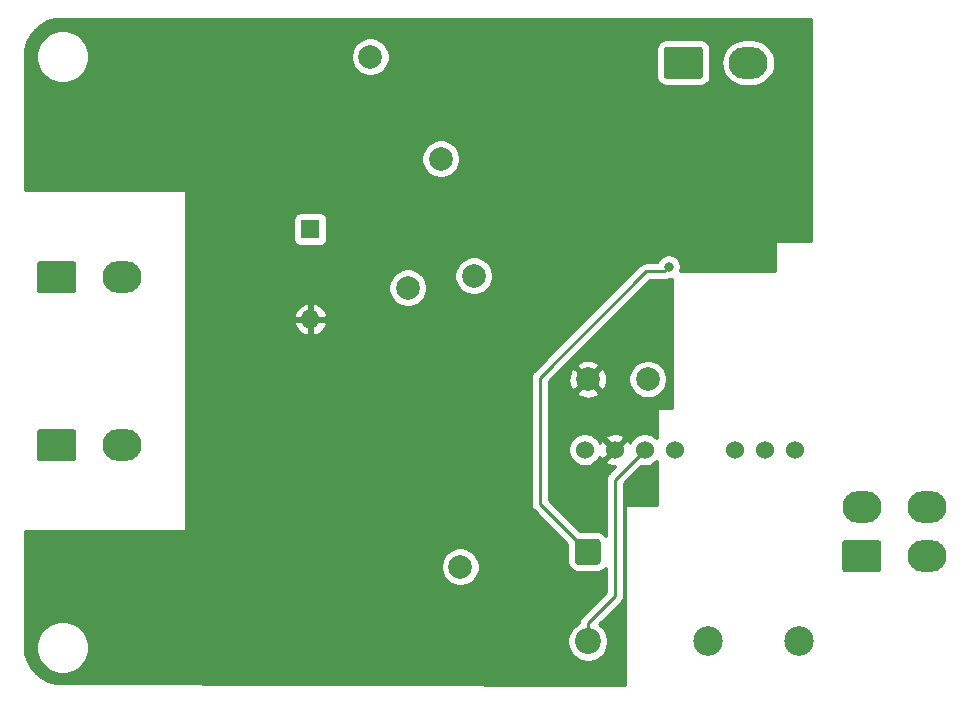
<source format=gbl>
G04 #@! TF.GenerationSoftware,KiCad,Pcbnew,(5.1.2)-2*
G04 #@! TF.CreationDate,2019-08-12T14:05:45+10:00*
G04 #@! TF.ProjectId,TSAL-HVM,5453414c-2d48-4564-9d2e-6b696361645f,rev?*
G04 #@! TF.SameCoordinates,Original*
G04 #@! TF.FileFunction,Copper,L2,Bot*
G04 #@! TF.FilePolarity,Positive*
%FSLAX46Y46*%
G04 Gerber Fmt 4.6, Leading zero omitted, Abs format (unit mm)*
G04 Created by KiCad (PCBNEW (5.1.2)-2) date 2019-08-12 14:05:45*
%MOMM*%
%LPD*%
G04 APERTURE LIST*
%ADD10O,3.300000X2.700000*%
%ADD11C,0.100000*%
%ADD12C,2.700000*%
%ADD13C,1.524000*%
%ADD14C,2.000000*%
%ADD15R,1.600000X1.600000*%
%ADD16O,1.600000X1.600000*%
%ADD17C,2.500000*%
%ADD18C,2.200000*%
%ADD19C,0.800000*%
%ADD20C,0.250000*%
%ADD21C,0.254000*%
G04 APERTURE END LIST*
D10*
X57062000Y-77343000D03*
D11*
G36*
X52986503Y-75994204D02*
G01*
X53010772Y-75997804D01*
X53034570Y-76003765D01*
X53057670Y-76012030D01*
X53079849Y-76022520D01*
X53100892Y-76035133D01*
X53120598Y-76049748D01*
X53138776Y-76066224D01*
X53155252Y-76084402D01*
X53169867Y-76104108D01*
X53182480Y-76125151D01*
X53192970Y-76147330D01*
X53201235Y-76170430D01*
X53207196Y-76194228D01*
X53210796Y-76218497D01*
X53212000Y-76243001D01*
X53212000Y-78442999D01*
X53210796Y-78467503D01*
X53207196Y-78491772D01*
X53201235Y-78515570D01*
X53192970Y-78538670D01*
X53182480Y-78560849D01*
X53169867Y-78581892D01*
X53155252Y-78601598D01*
X53138776Y-78619776D01*
X53120598Y-78636252D01*
X53100892Y-78650867D01*
X53079849Y-78663480D01*
X53057670Y-78673970D01*
X53034570Y-78682235D01*
X53010772Y-78688196D01*
X52986503Y-78691796D01*
X52961999Y-78693000D01*
X50162001Y-78693000D01*
X50137497Y-78691796D01*
X50113228Y-78688196D01*
X50089430Y-78682235D01*
X50066330Y-78673970D01*
X50044151Y-78663480D01*
X50023108Y-78650867D01*
X50003402Y-78636252D01*
X49985224Y-78619776D01*
X49968748Y-78601598D01*
X49954133Y-78581892D01*
X49941520Y-78560849D01*
X49931030Y-78538670D01*
X49922765Y-78515570D01*
X49916804Y-78491772D01*
X49913204Y-78467503D01*
X49912000Y-78442999D01*
X49912000Y-76243001D01*
X49913204Y-76218497D01*
X49916804Y-76194228D01*
X49922765Y-76170430D01*
X49931030Y-76147330D01*
X49941520Y-76125151D01*
X49954133Y-76104108D01*
X49968748Y-76084402D01*
X49985224Y-76066224D01*
X50003402Y-76049748D01*
X50023108Y-76035133D01*
X50044151Y-76022520D01*
X50066330Y-76012030D01*
X50089430Y-76003765D01*
X50113228Y-75997804D01*
X50137497Y-75994204D01*
X50162001Y-75993000D01*
X52961999Y-75993000D01*
X52986503Y-75994204D01*
X52986503Y-75994204D01*
G37*
D12*
X51562000Y-77343000D03*
D10*
X57062000Y-63119000D03*
D11*
G36*
X52986503Y-61770204D02*
G01*
X53010772Y-61773804D01*
X53034570Y-61779765D01*
X53057670Y-61788030D01*
X53079849Y-61798520D01*
X53100892Y-61811133D01*
X53120598Y-61825748D01*
X53138776Y-61842224D01*
X53155252Y-61860402D01*
X53169867Y-61880108D01*
X53182480Y-61901151D01*
X53192970Y-61923330D01*
X53201235Y-61946430D01*
X53207196Y-61970228D01*
X53210796Y-61994497D01*
X53212000Y-62019001D01*
X53212000Y-64218999D01*
X53210796Y-64243503D01*
X53207196Y-64267772D01*
X53201235Y-64291570D01*
X53192970Y-64314670D01*
X53182480Y-64336849D01*
X53169867Y-64357892D01*
X53155252Y-64377598D01*
X53138776Y-64395776D01*
X53120598Y-64412252D01*
X53100892Y-64426867D01*
X53079849Y-64439480D01*
X53057670Y-64449970D01*
X53034570Y-64458235D01*
X53010772Y-64464196D01*
X52986503Y-64467796D01*
X52961999Y-64469000D01*
X50162001Y-64469000D01*
X50137497Y-64467796D01*
X50113228Y-64464196D01*
X50089430Y-64458235D01*
X50066330Y-64449970D01*
X50044151Y-64439480D01*
X50023108Y-64426867D01*
X50003402Y-64412252D01*
X49985224Y-64395776D01*
X49968748Y-64377598D01*
X49954133Y-64357892D01*
X49941520Y-64336849D01*
X49931030Y-64314670D01*
X49922765Y-64291570D01*
X49916804Y-64267772D01*
X49913204Y-64243503D01*
X49912000Y-64218999D01*
X49912000Y-62019001D01*
X49913204Y-61994497D01*
X49916804Y-61970228D01*
X49922765Y-61946430D01*
X49931030Y-61923330D01*
X49941520Y-61901151D01*
X49954133Y-61880108D01*
X49968748Y-61860402D01*
X49985224Y-61842224D01*
X50003402Y-61825748D01*
X50023108Y-61811133D01*
X50044151Y-61798520D01*
X50066330Y-61788030D01*
X50089430Y-61779765D01*
X50113228Y-61773804D01*
X50137497Y-61770204D01*
X50162001Y-61769000D01*
X52961999Y-61769000D01*
X52986503Y-61770204D01*
X52986503Y-61770204D01*
G37*
D12*
X51562000Y-63119000D03*
D10*
X110109000Y-44958000D03*
D11*
G36*
X106033503Y-43609204D02*
G01*
X106057772Y-43612804D01*
X106081570Y-43618765D01*
X106104670Y-43627030D01*
X106126849Y-43637520D01*
X106147892Y-43650133D01*
X106167598Y-43664748D01*
X106185776Y-43681224D01*
X106202252Y-43699402D01*
X106216867Y-43719108D01*
X106229480Y-43740151D01*
X106239970Y-43762330D01*
X106248235Y-43785430D01*
X106254196Y-43809228D01*
X106257796Y-43833497D01*
X106259000Y-43858001D01*
X106259000Y-46057999D01*
X106257796Y-46082503D01*
X106254196Y-46106772D01*
X106248235Y-46130570D01*
X106239970Y-46153670D01*
X106229480Y-46175849D01*
X106216867Y-46196892D01*
X106202252Y-46216598D01*
X106185776Y-46234776D01*
X106167598Y-46251252D01*
X106147892Y-46265867D01*
X106126849Y-46278480D01*
X106104670Y-46288970D01*
X106081570Y-46297235D01*
X106057772Y-46303196D01*
X106033503Y-46306796D01*
X106008999Y-46308000D01*
X103209001Y-46308000D01*
X103184497Y-46306796D01*
X103160228Y-46303196D01*
X103136430Y-46297235D01*
X103113330Y-46288970D01*
X103091151Y-46278480D01*
X103070108Y-46265867D01*
X103050402Y-46251252D01*
X103032224Y-46234776D01*
X103015748Y-46216598D01*
X103001133Y-46196892D01*
X102988520Y-46175849D01*
X102978030Y-46153670D01*
X102969765Y-46130570D01*
X102963804Y-46106772D01*
X102960204Y-46082503D01*
X102959000Y-46057999D01*
X102959000Y-43858001D01*
X102960204Y-43833497D01*
X102963804Y-43809228D01*
X102969765Y-43785430D01*
X102978030Y-43762330D01*
X102988520Y-43740151D01*
X103001133Y-43719108D01*
X103015748Y-43699402D01*
X103032224Y-43681224D01*
X103050402Y-43664748D01*
X103070108Y-43650133D01*
X103091151Y-43637520D01*
X103113330Y-43627030D01*
X103136430Y-43618765D01*
X103160228Y-43612804D01*
X103184497Y-43609204D01*
X103209001Y-43608000D01*
X106008999Y-43608000D01*
X106033503Y-43609204D01*
X106033503Y-43609204D01*
G37*
D12*
X104609000Y-44958000D03*
D10*
X125222000Y-82550000D03*
X125222000Y-86750000D03*
X119722000Y-82550000D03*
D11*
G36*
X121146503Y-85401204D02*
G01*
X121170772Y-85404804D01*
X121194570Y-85410765D01*
X121217670Y-85419030D01*
X121239849Y-85429520D01*
X121260892Y-85442133D01*
X121280598Y-85456748D01*
X121298776Y-85473224D01*
X121315252Y-85491402D01*
X121329867Y-85511108D01*
X121342480Y-85532151D01*
X121352970Y-85554330D01*
X121361235Y-85577430D01*
X121367196Y-85601228D01*
X121370796Y-85625497D01*
X121372000Y-85650001D01*
X121372000Y-87849999D01*
X121370796Y-87874503D01*
X121367196Y-87898772D01*
X121361235Y-87922570D01*
X121352970Y-87945670D01*
X121342480Y-87967849D01*
X121329867Y-87988892D01*
X121315252Y-88008598D01*
X121298776Y-88026776D01*
X121280598Y-88043252D01*
X121260892Y-88057867D01*
X121239849Y-88070480D01*
X121217670Y-88080970D01*
X121194570Y-88089235D01*
X121170772Y-88095196D01*
X121146503Y-88098796D01*
X121121999Y-88100000D01*
X118322001Y-88100000D01*
X118297497Y-88098796D01*
X118273228Y-88095196D01*
X118249430Y-88089235D01*
X118226330Y-88080970D01*
X118204151Y-88070480D01*
X118183108Y-88057867D01*
X118163402Y-88043252D01*
X118145224Y-88026776D01*
X118128748Y-88008598D01*
X118114133Y-87988892D01*
X118101520Y-87967849D01*
X118091030Y-87945670D01*
X118082765Y-87922570D01*
X118076804Y-87898772D01*
X118073204Y-87874503D01*
X118072000Y-87849999D01*
X118072000Y-85650001D01*
X118073204Y-85625497D01*
X118076804Y-85601228D01*
X118082765Y-85577430D01*
X118091030Y-85554330D01*
X118101520Y-85532151D01*
X118114133Y-85511108D01*
X118128748Y-85491402D01*
X118145224Y-85473224D01*
X118163402Y-85456748D01*
X118183108Y-85442133D01*
X118204151Y-85429520D01*
X118226330Y-85419030D01*
X118249430Y-85410765D01*
X118273228Y-85404804D01*
X118297497Y-85401204D01*
X118322001Y-85400000D01*
X121121999Y-85400000D01*
X121146503Y-85401204D01*
X121146503Y-85401204D01*
G37*
D12*
X119722000Y-86750000D03*
D13*
X114046000Y-77724000D03*
X111506000Y-77724000D03*
X108966000Y-77724000D03*
X103886000Y-77724000D03*
X101346000Y-77724000D03*
X98806000Y-77724000D03*
X96266000Y-77724000D03*
D14*
X84074000Y-53086000D03*
D15*
X73025000Y-59055000D03*
D16*
X73025000Y-66675000D03*
D17*
X106720000Y-93960000D03*
D11*
G36*
X97312424Y-85261642D02*
G01*
X97345526Y-85266552D01*
X97377987Y-85274683D01*
X97409495Y-85285957D01*
X97439746Y-85300265D01*
X97468449Y-85317469D01*
X97495328Y-85337403D01*
X97520123Y-85359877D01*
X97542597Y-85384672D01*
X97562531Y-85411551D01*
X97579735Y-85440254D01*
X97594043Y-85470505D01*
X97605317Y-85502013D01*
X97613448Y-85534474D01*
X97618358Y-85567576D01*
X97620000Y-85601000D01*
X97620000Y-87119000D01*
X97618358Y-87152424D01*
X97613448Y-87185526D01*
X97605317Y-87217987D01*
X97594043Y-87249495D01*
X97579735Y-87279746D01*
X97562531Y-87308449D01*
X97542597Y-87335328D01*
X97520123Y-87360123D01*
X97495328Y-87382597D01*
X97468449Y-87402531D01*
X97439746Y-87419735D01*
X97409495Y-87434043D01*
X97377987Y-87445317D01*
X97345526Y-87453448D01*
X97312424Y-87458358D01*
X97279000Y-87460000D01*
X95761000Y-87460000D01*
X95727576Y-87458358D01*
X95694474Y-87453448D01*
X95662013Y-87445317D01*
X95630505Y-87434043D01*
X95600254Y-87419735D01*
X95571551Y-87402531D01*
X95544672Y-87382597D01*
X95519877Y-87360123D01*
X95497403Y-87335328D01*
X95477469Y-87308449D01*
X95460265Y-87279746D01*
X95445957Y-87249495D01*
X95434683Y-87217987D01*
X95426552Y-87185526D01*
X95421642Y-87152424D01*
X95420000Y-87119000D01*
X95420000Y-85601000D01*
X95421642Y-85567576D01*
X95426552Y-85534474D01*
X95434683Y-85502013D01*
X95445957Y-85470505D01*
X95460265Y-85440254D01*
X95477469Y-85411551D01*
X95497403Y-85384672D01*
X95519877Y-85359877D01*
X95544672Y-85337403D01*
X95571551Y-85317469D01*
X95600254Y-85300265D01*
X95630505Y-85285957D01*
X95662013Y-85274683D01*
X95694474Y-85266552D01*
X95727576Y-85261642D01*
X95761000Y-85260000D01*
X97279000Y-85260000D01*
X97312424Y-85261642D01*
X97312424Y-85261642D01*
G37*
D18*
X96520000Y-86360000D03*
X96520000Y-93960000D03*
D17*
X114420000Y-93960000D03*
D14*
X81280000Y-64008000D03*
X101600000Y-71755000D03*
X78105000Y-44450000D03*
X96520000Y-71755000D03*
X86868000Y-62992000D03*
X85725000Y-87630000D03*
D19*
X92710000Y-51054000D03*
X94742000Y-53086000D03*
X89154000Y-71882000D03*
X88138000Y-72898000D03*
X87122000Y-73914000D03*
X86106000Y-74930000D03*
X103378000Y-62230000D03*
D20*
X96520000Y-92404366D02*
X98806000Y-90118366D01*
X96520000Y-93960000D02*
X96520000Y-92404366D01*
X98806000Y-80264000D02*
X101346000Y-77724000D01*
X98806000Y-90118366D02*
X98806000Y-80264000D01*
X102978001Y-62629999D02*
X101454001Y-62629999D01*
X103378000Y-62230000D02*
X102978001Y-62629999D01*
X101454001Y-62629999D02*
X92456000Y-71628000D01*
X92456000Y-82296000D02*
X96520000Y-86360000D01*
X92456000Y-71628000D02*
X92456000Y-82296000D01*
D21*
G36*
X115443000Y-60071000D02*
G01*
X112522000Y-60071000D01*
X112497224Y-60073440D01*
X112473399Y-60080667D01*
X112451443Y-60092403D01*
X112432197Y-60108197D01*
X112416403Y-60127443D01*
X112404667Y-60149399D01*
X112397440Y-60173224D01*
X112395000Y-60198000D01*
X112395000Y-62611000D01*
X104340461Y-62611000D01*
X104373226Y-62531898D01*
X104413000Y-62331939D01*
X104413000Y-62128061D01*
X104373226Y-61928102D01*
X104295205Y-61739744D01*
X104181937Y-61570226D01*
X104037774Y-61426063D01*
X103868256Y-61312795D01*
X103679898Y-61234774D01*
X103479939Y-61195000D01*
X103276061Y-61195000D01*
X103076102Y-61234774D01*
X102887744Y-61312795D01*
X102718226Y-61426063D01*
X102574063Y-61570226D01*
X102460795Y-61739744D01*
X102406841Y-61869999D01*
X101491323Y-61869999D01*
X101454000Y-61866323D01*
X101416677Y-61869999D01*
X101416668Y-61869999D01*
X101305015Y-61880996D01*
X101161754Y-61924453D01*
X101029724Y-61995025D01*
X100946084Y-62063667D01*
X100914000Y-62089998D01*
X100890202Y-62118996D01*
X91945003Y-71064196D01*
X91915999Y-71087999D01*
X91860871Y-71155174D01*
X91821026Y-71203724D01*
X91779177Y-71282017D01*
X91750454Y-71335754D01*
X91706997Y-71479015D01*
X91696000Y-71590668D01*
X91696000Y-71590678D01*
X91692324Y-71628000D01*
X91696000Y-71665322D01*
X91696001Y-82258668D01*
X91692324Y-82296000D01*
X91706998Y-82444985D01*
X91750454Y-82588246D01*
X91821026Y-82720276D01*
X91881511Y-82793976D01*
X91916000Y-82836001D01*
X91944998Y-82859799D01*
X94781928Y-85696730D01*
X94781928Y-87119000D01*
X94800741Y-87310007D01*
X94856455Y-87493675D01*
X94946931Y-87662943D01*
X95068692Y-87811308D01*
X95217057Y-87933069D01*
X95386325Y-88023545D01*
X95569993Y-88079259D01*
X95761000Y-88098072D01*
X97279000Y-88098072D01*
X97470007Y-88079259D01*
X97653675Y-88023545D01*
X97822943Y-87933069D01*
X97971308Y-87811308D01*
X98046000Y-87720296D01*
X98046000Y-89803564D01*
X96008998Y-91840567D01*
X95980000Y-91864365D01*
X95956202Y-91893363D01*
X95956201Y-91893364D01*
X95885026Y-91980090D01*
X95814454Y-92112120D01*
X95770998Y-92255381D01*
X95756939Y-92398120D01*
X95698169Y-92422463D01*
X95414002Y-92612337D01*
X95172337Y-92854002D01*
X94982463Y-93138169D01*
X94851675Y-93453919D01*
X94785000Y-93789117D01*
X94785000Y-94130883D01*
X94851675Y-94466081D01*
X94982463Y-94781831D01*
X95172337Y-95065998D01*
X95414002Y-95307663D01*
X95698169Y-95497537D01*
X96013919Y-95628325D01*
X96349117Y-95695000D01*
X96690883Y-95695000D01*
X97026081Y-95628325D01*
X97341831Y-95497537D01*
X97625998Y-95307663D01*
X97867663Y-95065998D01*
X98057537Y-94781831D01*
X98188325Y-94466081D01*
X98255000Y-94130883D01*
X98255000Y-93789117D01*
X98188325Y-93453919D01*
X98057537Y-93138169D01*
X97867663Y-92854002D01*
X97625998Y-92612337D01*
X97482627Y-92516540D01*
X99317004Y-90682164D01*
X99346001Y-90658367D01*
X99440974Y-90542642D01*
X99511546Y-90410613D01*
X99555003Y-90267352D01*
X99566000Y-90155699D01*
X99566000Y-90155690D01*
X99569676Y-90118367D01*
X99566000Y-90081044D01*
X99566000Y-80578801D01*
X101054430Y-79090372D01*
X101208408Y-79121000D01*
X101483592Y-79121000D01*
X101753490Y-79067314D01*
X102007727Y-78962005D01*
X102236535Y-78809120D01*
X102362000Y-78683655D01*
X102362000Y-82423000D01*
X99822000Y-82423000D01*
X99797224Y-82425440D01*
X99773399Y-82432667D01*
X99751443Y-82444403D01*
X99732197Y-82460197D01*
X99716403Y-82479443D01*
X99704667Y-82501399D01*
X99697440Y-82525224D01*
X99695000Y-82550000D01*
X99695000Y-84216722D01*
X99686206Y-84258095D01*
X99685244Y-84267253D01*
X99685244Y-84267254D01*
X99685243Y-84267259D01*
X99673150Y-84390598D01*
X99673150Y-84390608D01*
X99670001Y-84422581D01*
X99670000Y-95282418D01*
X99673274Y-95315660D01*
X99673274Y-95332137D01*
X99674237Y-95341302D01*
X99695000Y-95526407D01*
X99695000Y-97627457D01*
X52023024Y-97520073D01*
X51378779Y-97456904D01*
X50790836Y-97279394D01*
X50248564Y-96991063D01*
X49772636Y-96602906D01*
X49381155Y-96129686D01*
X49089050Y-95589449D01*
X48907437Y-95002756D01*
X48840000Y-94361130D01*
X48840000Y-94229872D01*
X49835000Y-94229872D01*
X49835000Y-94670128D01*
X49920890Y-95101925D01*
X50089369Y-95508669D01*
X50333962Y-95874729D01*
X50645271Y-96186038D01*
X51011331Y-96430631D01*
X51418075Y-96599110D01*
X51849872Y-96685000D01*
X52290128Y-96685000D01*
X52721925Y-96599110D01*
X53128669Y-96430631D01*
X53494729Y-96186038D01*
X53806038Y-95874729D01*
X54050631Y-95508669D01*
X54219110Y-95101925D01*
X54305000Y-94670128D01*
X54305000Y-94229872D01*
X54219110Y-93798075D01*
X54050631Y-93391331D01*
X53806038Y-93025271D01*
X53494729Y-92713962D01*
X53128669Y-92469369D01*
X52721925Y-92300890D01*
X52290128Y-92215000D01*
X51849872Y-92215000D01*
X51418075Y-92300890D01*
X51011331Y-92469369D01*
X50645271Y-92713962D01*
X50333962Y-93025271D01*
X50089369Y-93391331D01*
X49920890Y-93798075D01*
X49835000Y-94229872D01*
X48840000Y-94229872D01*
X48840000Y-87468967D01*
X84090000Y-87468967D01*
X84090000Y-87791033D01*
X84152832Y-88106912D01*
X84276082Y-88404463D01*
X84455013Y-88672252D01*
X84682748Y-88899987D01*
X84950537Y-89078918D01*
X85248088Y-89202168D01*
X85563967Y-89265000D01*
X85886033Y-89265000D01*
X86201912Y-89202168D01*
X86499463Y-89078918D01*
X86767252Y-88899987D01*
X86994987Y-88672252D01*
X87173918Y-88404463D01*
X87297168Y-88106912D01*
X87360000Y-87791033D01*
X87360000Y-87468967D01*
X87297168Y-87153088D01*
X87173918Y-86855537D01*
X86994987Y-86587748D01*
X86767252Y-86360013D01*
X86499463Y-86181082D01*
X86201912Y-86057832D01*
X85886033Y-85995000D01*
X85563967Y-85995000D01*
X85248088Y-86057832D01*
X84950537Y-86181082D01*
X84682748Y-86360013D01*
X84455013Y-86587748D01*
X84276082Y-86855537D01*
X84152832Y-87153088D01*
X84090000Y-87468967D01*
X48840000Y-87468967D01*
X48840000Y-84582000D01*
X62357000Y-84582000D01*
X62381776Y-84579560D01*
X62405601Y-84572333D01*
X62427557Y-84560597D01*
X62446803Y-84544803D01*
X62462597Y-84525557D01*
X62474333Y-84503601D01*
X62481560Y-84479776D01*
X62484000Y-84455000D01*
X62484000Y-67024040D01*
X71633091Y-67024040D01*
X71727930Y-67288881D01*
X71872615Y-67530131D01*
X72061586Y-67738519D01*
X72287580Y-67906037D01*
X72541913Y-68026246D01*
X72675961Y-68066904D01*
X72898000Y-67944915D01*
X72898000Y-66802000D01*
X73152000Y-66802000D01*
X73152000Y-67944915D01*
X73374039Y-68066904D01*
X73508087Y-68026246D01*
X73762420Y-67906037D01*
X73988414Y-67738519D01*
X74177385Y-67530131D01*
X74322070Y-67288881D01*
X74416909Y-67024040D01*
X74295624Y-66802000D01*
X73152000Y-66802000D01*
X72898000Y-66802000D01*
X71754376Y-66802000D01*
X71633091Y-67024040D01*
X62484000Y-67024040D01*
X62484000Y-66325960D01*
X71633091Y-66325960D01*
X71754376Y-66548000D01*
X72898000Y-66548000D01*
X72898000Y-65405085D01*
X73152000Y-65405085D01*
X73152000Y-66548000D01*
X74295624Y-66548000D01*
X74416909Y-66325960D01*
X74322070Y-66061119D01*
X74177385Y-65819869D01*
X73988414Y-65611481D01*
X73762420Y-65443963D01*
X73508087Y-65323754D01*
X73374039Y-65283096D01*
X73152000Y-65405085D01*
X72898000Y-65405085D01*
X72675961Y-65283096D01*
X72541913Y-65323754D01*
X72287580Y-65443963D01*
X72061586Y-65611481D01*
X71872615Y-65819869D01*
X71727930Y-66061119D01*
X71633091Y-66325960D01*
X62484000Y-66325960D01*
X62484000Y-63846967D01*
X79645000Y-63846967D01*
X79645000Y-64169033D01*
X79707832Y-64484912D01*
X79831082Y-64782463D01*
X80010013Y-65050252D01*
X80237748Y-65277987D01*
X80505537Y-65456918D01*
X80803088Y-65580168D01*
X81118967Y-65643000D01*
X81441033Y-65643000D01*
X81756912Y-65580168D01*
X82054463Y-65456918D01*
X82322252Y-65277987D01*
X82549987Y-65050252D01*
X82728918Y-64782463D01*
X82852168Y-64484912D01*
X82915000Y-64169033D01*
X82915000Y-63846967D01*
X82852168Y-63531088D01*
X82728918Y-63233537D01*
X82549987Y-62965748D01*
X82415206Y-62830967D01*
X85233000Y-62830967D01*
X85233000Y-63153033D01*
X85295832Y-63468912D01*
X85419082Y-63766463D01*
X85598013Y-64034252D01*
X85825748Y-64261987D01*
X86093537Y-64440918D01*
X86391088Y-64564168D01*
X86706967Y-64627000D01*
X87029033Y-64627000D01*
X87344912Y-64564168D01*
X87642463Y-64440918D01*
X87910252Y-64261987D01*
X88137987Y-64034252D01*
X88316918Y-63766463D01*
X88440168Y-63468912D01*
X88503000Y-63153033D01*
X88503000Y-62830967D01*
X88440168Y-62515088D01*
X88316918Y-62217537D01*
X88137987Y-61949748D01*
X87910252Y-61722013D01*
X87642463Y-61543082D01*
X87344912Y-61419832D01*
X87029033Y-61357000D01*
X86706967Y-61357000D01*
X86391088Y-61419832D01*
X86093537Y-61543082D01*
X85825748Y-61722013D01*
X85598013Y-61949748D01*
X85419082Y-62217537D01*
X85295832Y-62515088D01*
X85233000Y-62830967D01*
X82415206Y-62830967D01*
X82322252Y-62738013D01*
X82054463Y-62559082D01*
X81756912Y-62435832D01*
X81441033Y-62373000D01*
X81118967Y-62373000D01*
X80803088Y-62435832D01*
X80505537Y-62559082D01*
X80237748Y-62738013D01*
X80010013Y-62965748D01*
X79831082Y-63233537D01*
X79707832Y-63531088D01*
X79645000Y-63846967D01*
X62484000Y-63846967D01*
X62484000Y-58255000D01*
X71586928Y-58255000D01*
X71586928Y-59855000D01*
X71599188Y-59979482D01*
X71635498Y-60099180D01*
X71694463Y-60209494D01*
X71773815Y-60306185D01*
X71870506Y-60385537D01*
X71980820Y-60444502D01*
X72100518Y-60480812D01*
X72225000Y-60493072D01*
X73825000Y-60493072D01*
X73949482Y-60480812D01*
X74069180Y-60444502D01*
X74179494Y-60385537D01*
X74276185Y-60306185D01*
X74355537Y-60209494D01*
X74414502Y-60099180D01*
X74450812Y-59979482D01*
X74463072Y-59855000D01*
X74463072Y-58255000D01*
X74450812Y-58130518D01*
X74414502Y-58010820D01*
X74355537Y-57900506D01*
X74276185Y-57803815D01*
X74179494Y-57724463D01*
X74069180Y-57665498D01*
X73949482Y-57629188D01*
X73825000Y-57616928D01*
X72225000Y-57616928D01*
X72100518Y-57629188D01*
X71980820Y-57665498D01*
X71870506Y-57724463D01*
X71773815Y-57803815D01*
X71694463Y-57900506D01*
X71635498Y-58010820D01*
X71599188Y-58130518D01*
X71586928Y-58255000D01*
X62484000Y-58255000D01*
X62484000Y-55880000D01*
X62481560Y-55855224D01*
X62474333Y-55831399D01*
X62462597Y-55809443D01*
X62446803Y-55790197D01*
X62427557Y-55774403D01*
X62405601Y-55762667D01*
X62381776Y-55755440D01*
X62357000Y-55753000D01*
X48840000Y-55753000D01*
X48840000Y-52924967D01*
X82439000Y-52924967D01*
X82439000Y-53247033D01*
X82501832Y-53562912D01*
X82625082Y-53860463D01*
X82804013Y-54128252D01*
X83031748Y-54355987D01*
X83299537Y-54534918D01*
X83597088Y-54658168D01*
X83912967Y-54721000D01*
X84235033Y-54721000D01*
X84550912Y-54658168D01*
X84848463Y-54534918D01*
X85116252Y-54355987D01*
X85343987Y-54128252D01*
X85522918Y-53860463D01*
X85646168Y-53562912D01*
X85709000Y-53247033D01*
X85709000Y-52924967D01*
X85646168Y-52609088D01*
X85522918Y-52311537D01*
X85343987Y-52043748D01*
X85116252Y-51816013D01*
X84848463Y-51637082D01*
X84550912Y-51513832D01*
X84235033Y-51451000D01*
X83912967Y-51451000D01*
X83597088Y-51513832D01*
X83299537Y-51637082D01*
X83031748Y-51816013D01*
X82804013Y-52043748D01*
X82625082Y-52311537D01*
X82501832Y-52609088D01*
X82439000Y-52924967D01*
X48840000Y-52924967D01*
X48840000Y-44402279D01*
X48856904Y-44229872D01*
X49835000Y-44229872D01*
X49835000Y-44670128D01*
X49920890Y-45101925D01*
X50089369Y-45508669D01*
X50333962Y-45874729D01*
X50645271Y-46186038D01*
X51011331Y-46430631D01*
X51418075Y-46599110D01*
X51849872Y-46685000D01*
X52290128Y-46685000D01*
X52721925Y-46599110D01*
X53128669Y-46430631D01*
X53494729Y-46186038D01*
X53806038Y-45874729D01*
X54050631Y-45508669D01*
X54219110Y-45101925D01*
X54305000Y-44670128D01*
X54305000Y-44288967D01*
X76470000Y-44288967D01*
X76470000Y-44611033D01*
X76532832Y-44926912D01*
X76656082Y-45224463D01*
X76835013Y-45492252D01*
X77062748Y-45719987D01*
X77330537Y-45898918D01*
X77628088Y-46022168D01*
X77943967Y-46085000D01*
X78266033Y-46085000D01*
X78581912Y-46022168D01*
X78879463Y-45898918D01*
X79147252Y-45719987D01*
X79374987Y-45492252D01*
X79553918Y-45224463D01*
X79677168Y-44926912D01*
X79740000Y-44611033D01*
X79740000Y-44288967D01*
X79677168Y-43973088D01*
X79629498Y-43858001D01*
X102320928Y-43858001D01*
X102320928Y-46057999D01*
X102337992Y-46231253D01*
X102388529Y-46397850D01*
X102470595Y-46551386D01*
X102581039Y-46685961D01*
X102715614Y-46796405D01*
X102869150Y-46878471D01*
X103035747Y-46929008D01*
X103209001Y-46946072D01*
X106008999Y-46946072D01*
X106182253Y-46929008D01*
X106348850Y-46878471D01*
X106502386Y-46796405D01*
X106636961Y-46685961D01*
X106747405Y-46551386D01*
X106829471Y-46397850D01*
X106880008Y-46231253D01*
X106897072Y-46057999D01*
X106897072Y-44958000D01*
X107814396Y-44958000D01*
X107852722Y-45347128D01*
X107966226Y-45721302D01*
X108150547Y-46066143D01*
X108398602Y-46368398D01*
X108700857Y-46616453D01*
X109045698Y-46800774D01*
X109419872Y-46914278D01*
X109711490Y-46943000D01*
X110506510Y-46943000D01*
X110798128Y-46914278D01*
X111172302Y-46800774D01*
X111517143Y-46616453D01*
X111819398Y-46368398D01*
X112067453Y-46066143D01*
X112251774Y-45721302D01*
X112365278Y-45347128D01*
X112403604Y-44958000D01*
X112365278Y-44568872D01*
X112251774Y-44194698D01*
X112067453Y-43849857D01*
X111819398Y-43547602D01*
X111517143Y-43299547D01*
X111172302Y-43115226D01*
X110798128Y-43001722D01*
X110506510Y-42973000D01*
X109711490Y-42973000D01*
X109419872Y-43001722D01*
X109045698Y-43115226D01*
X108700857Y-43299547D01*
X108398602Y-43547602D01*
X108150547Y-43849857D01*
X107966226Y-44194698D01*
X107852722Y-44568872D01*
X107814396Y-44958000D01*
X106897072Y-44958000D01*
X106897072Y-43858001D01*
X106880008Y-43684747D01*
X106829471Y-43518150D01*
X106747405Y-43364614D01*
X106636961Y-43230039D01*
X106502386Y-43119595D01*
X106348850Y-43037529D01*
X106182253Y-42986992D01*
X106008999Y-42969928D01*
X103209001Y-42969928D01*
X103035747Y-42986992D01*
X102869150Y-43037529D01*
X102715614Y-43119595D01*
X102581039Y-43230039D01*
X102470595Y-43364614D01*
X102388529Y-43518150D01*
X102337992Y-43684747D01*
X102320928Y-43858001D01*
X79629498Y-43858001D01*
X79553918Y-43675537D01*
X79374987Y-43407748D01*
X79147252Y-43180013D01*
X78879463Y-43001082D01*
X78581912Y-42877832D01*
X78266033Y-42815000D01*
X77943967Y-42815000D01*
X77628088Y-42877832D01*
X77330537Y-43001082D01*
X77062748Y-43180013D01*
X76835013Y-43407748D01*
X76656082Y-43675537D01*
X76532832Y-43973088D01*
X76470000Y-44288967D01*
X54305000Y-44288967D01*
X54305000Y-44229872D01*
X54219110Y-43798075D01*
X54050631Y-43391331D01*
X53806038Y-43025271D01*
X53494729Y-42713962D01*
X53128669Y-42469369D01*
X52721925Y-42300890D01*
X52290128Y-42215000D01*
X51849872Y-42215000D01*
X51418075Y-42300890D01*
X51011331Y-42469369D01*
X50645271Y-42713962D01*
X50333962Y-43025271D01*
X50089369Y-43391331D01*
X49920890Y-43798075D01*
X49835000Y-44229872D01*
X48856904Y-44229872D01*
X48903096Y-43758778D01*
X49080606Y-43170836D01*
X49368937Y-42628564D01*
X49757094Y-42152636D01*
X50230314Y-41761155D01*
X50770552Y-41469049D01*
X51357244Y-41287437D01*
X51998879Y-41220000D01*
X115443000Y-41220000D01*
X115443000Y-60071000D01*
X115443000Y-60071000D01*
G37*
X115443000Y-60071000D02*
X112522000Y-60071000D01*
X112497224Y-60073440D01*
X112473399Y-60080667D01*
X112451443Y-60092403D01*
X112432197Y-60108197D01*
X112416403Y-60127443D01*
X112404667Y-60149399D01*
X112397440Y-60173224D01*
X112395000Y-60198000D01*
X112395000Y-62611000D01*
X104340461Y-62611000D01*
X104373226Y-62531898D01*
X104413000Y-62331939D01*
X104413000Y-62128061D01*
X104373226Y-61928102D01*
X104295205Y-61739744D01*
X104181937Y-61570226D01*
X104037774Y-61426063D01*
X103868256Y-61312795D01*
X103679898Y-61234774D01*
X103479939Y-61195000D01*
X103276061Y-61195000D01*
X103076102Y-61234774D01*
X102887744Y-61312795D01*
X102718226Y-61426063D01*
X102574063Y-61570226D01*
X102460795Y-61739744D01*
X102406841Y-61869999D01*
X101491323Y-61869999D01*
X101454000Y-61866323D01*
X101416677Y-61869999D01*
X101416668Y-61869999D01*
X101305015Y-61880996D01*
X101161754Y-61924453D01*
X101029724Y-61995025D01*
X100946084Y-62063667D01*
X100914000Y-62089998D01*
X100890202Y-62118996D01*
X91945003Y-71064196D01*
X91915999Y-71087999D01*
X91860871Y-71155174D01*
X91821026Y-71203724D01*
X91779177Y-71282017D01*
X91750454Y-71335754D01*
X91706997Y-71479015D01*
X91696000Y-71590668D01*
X91696000Y-71590678D01*
X91692324Y-71628000D01*
X91696000Y-71665322D01*
X91696001Y-82258668D01*
X91692324Y-82296000D01*
X91706998Y-82444985D01*
X91750454Y-82588246D01*
X91821026Y-82720276D01*
X91881511Y-82793976D01*
X91916000Y-82836001D01*
X91944998Y-82859799D01*
X94781928Y-85696730D01*
X94781928Y-87119000D01*
X94800741Y-87310007D01*
X94856455Y-87493675D01*
X94946931Y-87662943D01*
X95068692Y-87811308D01*
X95217057Y-87933069D01*
X95386325Y-88023545D01*
X95569993Y-88079259D01*
X95761000Y-88098072D01*
X97279000Y-88098072D01*
X97470007Y-88079259D01*
X97653675Y-88023545D01*
X97822943Y-87933069D01*
X97971308Y-87811308D01*
X98046000Y-87720296D01*
X98046000Y-89803564D01*
X96008998Y-91840567D01*
X95980000Y-91864365D01*
X95956202Y-91893363D01*
X95956201Y-91893364D01*
X95885026Y-91980090D01*
X95814454Y-92112120D01*
X95770998Y-92255381D01*
X95756939Y-92398120D01*
X95698169Y-92422463D01*
X95414002Y-92612337D01*
X95172337Y-92854002D01*
X94982463Y-93138169D01*
X94851675Y-93453919D01*
X94785000Y-93789117D01*
X94785000Y-94130883D01*
X94851675Y-94466081D01*
X94982463Y-94781831D01*
X95172337Y-95065998D01*
X95414002Y-95307663D01*
X95698169Y-95497537D01*
X96013919Y-95628325D01*
X96349117Y-95695000D01*
X96690883Y-95695000D01*
X97026081Y-95628325D01*
X97341831Y-95497537D01*
X97625998Y-95307663D01*
X97867663Y-95065998D01*
X98057537Y-94781831D01*
X98188325Y-94466081D01*
X98255000Y-94130883D01*
X98255000Y-93789117D01*
X98188325Y-93453919D01*
X98057537Y-93138169D01*
X97867663Y-92854002D01*
X97625998Y-92612337D01*
X97482627Y-92516540D01*
X99317004Y-90682164D01*
X99346001Y-90658367D01*
X99440974Y-90542642D01*
X99511546Y-90410613D01*
X99555003Y-90267352D01*
X99566000Y-90155699D01*
X99566000Y-90155690D01*
X99569676Y-90118367D01*
X99566000Y-90081044D01*
X99566000Y-80578801D01*
X101054430Y-79090372D01*
X101208408Y-79121000D01*
X101483592Y-79121000D01*
X101753490Y-79067314D01*
X102007727Y-78962005D01*
X102236535Y-78809120D01*
X102362000Y-78683655D01*
X102362000Y-82423000D01*
X99822000Y-82423000D01*
X99797224Y-82425440D01*
X99773399Y-82432667D01*
X99751443Y-82444403D01*
X99732197Y-82460197D01*
X99716403Y-82479443D01*
X99704667Y-82501399D01*
X99697440Y-82525224D01*
X99695000Y-82550000D01*
X99695000Y-84216722D01*
X99686206Y-84258095D01*
X99685244Y-84267253D01*
X99685244Y-84267254D01*
X99685243Y-84267259D01*
X99673150Y-84390598D01*
X99673150Y-84390608D01*
X99670001Y-84422581D01*
X99670000Y-95282418D01*
X99673274Y-95315660D01*
X99673274Y-95332137D01*
X99674237Y-95341302D01*
X99695000Y-95526407D01*
X99695000Y-97627457D01*
X52023024Y-97520073D01*
X51378779Y-97456904D01*
X50790836Y-97279394D01*
X50248564Y-96991063D01*
X49772636Y-96602906D01*
X49381155Y-96129686D01*
X49089050Y-95589449D01*
X48907437Y-95002756D01*
X48840000Y-94361130D01*
X48840000Y-94229872D01*
X49835000Y-94229872D01*
X49835000Y-94670128D01*
X49920890Y-95101925D01*
X50089369Y-95508669D01*
X50333962Y-95874729D01*
X50645271Y-96186038D01*
X51011331Y-96430631D01*
X51418075Y-96599110D01*
X51849872Y-96685000D01*
X52290128Y-96685000D01*
X52721925Y-96599110D01*
X53128669Y-96430631D01*
X53494729Y-96186038D01*
X53806038Y-95874729D01*
X54050631Y-95508669D01*
X54219110Y-95101925D01*
X54305000Y-94670128D01*
X54305000Y-94229872D01*
X54219110Y-93798075D01*
X54050631Y-93391331D01*
X53806038Y-93025271D01*
X53494729Y-92713962D01*
X53128669Y-92469369D01*
X52721925Y-92300890D01*
X52290128Y-92215000D01*
X51849872Y-92215000D01*
X51418075Y-92300890D01*
X51011331Y-92469369D01*
X50645271Y-92713962D01*
X50333962Y-93025271D01*
X50089369Y-93391331D01*
X49920890Y-93798075D01*
X49835000Y-94229872D01*
X48840000Y-94229872D01*
X48840000Y-87468967D01*
X84090000Y-87468967D01*
X84090000Y-87791033D01*
X84152832Y-88106912D01*
X84276082Y-88404463D01*
X84455013Y-88672252D01*
X84682748Y-88899987D01*
X84950537Y-89078918D01*
X85248088Y-89202168D01*
X85563967Y-89265000D01*
X85886033Y-89265000D01*
X86201912Y-89202168D01*
X86499463Y-89078918D01*
X86767252Y-88899987D01*
X86994987Y-88672252D01*
X87173918Y-88404463D01*
X87297168Y-88106912D01*
X87360000Y-87791033D01*
X87360000Y-87468967D01*
X87297168Y-87153088D01*
X87173918Y-86855537D01*
X86994987Y-86587748D01*
X86767252Y-86360013D01*
X86499463Y-86181082D01*
X86201912Y-86057832D01*
X85886033Y-85995000D01*
X85563967Y-85995000D01*
X85248088Y-86057832D01*
X84950537Y-86181082D01*
X84682748Y-86360013D01*
X84455013Y-86587748D01*
X84276082Y-86855537D01*
X84152832Y-87153088D01*
X84090000Y-87468967D01*
X48840000Y-87468967D01*
X48840000Y-84582000D01*
X62357000Y-84582000D01*
X62381776Y-84579560D01*
X62405601Y-84572333D01*
X62427557Y-84560597D01*
X62446803Y-84544803D01*
X62462597Y-84525557D01*
X62474333Y-84503601D01*
X62481560Y-84479776D01*
X62484000Y-84455000D01*
X62484000Y-67024040D01*
X71633091Y-67024040D01*
X71727930Y-67288881D01*
X71872615Y-67530131D01*
X72061586Y-67738519D01*
X72287580Y-67906037D01*
X72541913Y-68026246D01*
X72675961Y-68066904D01*
X72898000Y-67944915D01*
X72898000Y-66802000D01*
X73152000Y-66802000D01*
X73152000Y-67944915D01*
X73374039Y-68066904D01*
X73508087Y-68026246D01*
X73762420Y-67906037D01*
X73988414Y-67738519D01*
X74177385Y-67530131D01*
X74322070Y-67288881D01*
X74416909Y-67024040D01*
X74295624Y-66802000D01*
X73152000Y-66802000D01*
X72898000Y-66802000D01*
X71754376Y-66802000D01*
X71633091Y-67024040D01*
X62484000Y-67024040D01*
X62484000Y-66325960D01*
X71633091Y-66325960D01*
X71754376Y-66548000D01*
X72898000Y-66548000D01*
X72898000Y-65405085D01*
X73152000Y-65405085D01*
X73152000Y-66548000D01*
X74295624Y-66548000D01*
X74416909Y-66325960D01*
X74322070Y-66061119D01*
X74177385Y-65819869D01*
X73988414Y-65611481D01*
X73762420Y-65443963D01*
X73508087Y-65323754D01*
X73374039Y-65283096D01*
X73152000Y-65405085D01*
X72898000Y-65405085D01*
X72675961Y-65283096D01*
X72541913Y-65323754D01*
X72287580Y-65443963D01*
X72061586Y-65611481D01*
X71872615Y-65819869D01*
X71727930Y-66061119D01*
X71633091Y-66325960D01*
X62484000Y-66325960D01*
X62484000Y-63846967D01*
X79645000Y-63846967D01*
X79645000Y-64169033D01*
X79707832Y-64484912D01*
X79831082Y-64782463D01*
X80010013Y-65050252D01*
X80237748Y-65277987D01*
X80505537Y-65456918D01*
X80803088Y-65580168D01*
X81118967Y-65643000D01*
X81441033Y-65643000D01*
X81756912Y-65580168D01*
X82054463Y-65456918D01*
X82322252Y-65277987D01*
X82549987Y-65050252D01*
X82728918Y-64782463D01*
X82852168Y-64484912D01*
X82915000Y-64169033D01*
X82915000Y-63846967D01*
X82852168Y-63531088D01*
X82728918Y-63233537D01*
X82549987Y-62965748D01*
X82415206Y-62830967D01*
X85233000Y-62830967D01*
X85233000Y-63153033D01*
X85295832Y-63468912D01*
X85419082Y-63766463D01*
X85598013Y-64034252D01*
X85825748Y-64261987D01*
X86093537Y-64440918D01*
X86391088Y-64564168D01*
X86706967Y-64627000D01*
X87029033Y-64627000D01*
X87344912Y-64564168D01*
X87642463Y-64440918D01*
X87910252Y-64261987D01*
X88137987Y-64034252D01*
X88316918Y-63766463D01*
X88440168Y-63468912D01*
X88503000Y-63153033D01*
X88503000Y-62830967D01*
X88440168Y-62515088D01*
X88316918Y-62217537D01*
X88137987Y-61949748D01*
X87910252Y-61722013D01*
X87642463Y-61543082D01*
X87344912Y-61419832D01*
X87029033Y-61357000D01*
X86706967Y-61357000D01*
X86391088Y-61419832D01*
X86093537Y-61543082D01*
X85825748Y-61722013D01*
X85598013Y-61949748D01*
X85419082Y-62217537D01*
X85295832Y-62515088D01*
X85233000Y-62830967D01*
X82415206Y-62830967D01*
X82322252Y-62738013D01*
X82054463Y-62559082D01*
X81756912Y-62435832D01*
X81441033Y-62373000D01*
X81118967Y-62373000D01*
X80803088Y-62435832D01*
X80505537Y-62559082D01*
X80237748Y-62738013D01*
X80010013Y-62965748D01*
X79831082Y-63233537D01*
X79707832Y-63531088D01*
X79645000Y-63846967D01*
X62484000Y-63846967D01*
X62484000Y-58255000D01*
X71586928Y-58255000D01*
X71586928Y-59855000D01*
X71599188Y-59979482D01*
X71635498Y-60099180D01*
X71694463Y-60209494D01*
X71773815Y-60306185D01*
X71870506Y-60385537D01*
X71980820Y-60444502D01*
X72100518Y-60480812D01*
X72225000Y-60493072D01*
X73825000Y-60493072D01*
X73949482Y-60480812D01*
X74069180Y-60444502D01*
X74179494Y-60385537D01*
X74276185Y-60306185D01*
X74355537Y-60209494D01*
X74414502Y-60099180D01*
X74450812Y-59979482D01*
X74463072Y-59855000D01*
X74463072Y-58255000D01*
X74450812Y-58130518D01*
X74414502Y-58010820D01*
X74355537Y-57900506D01*
X74276185Y-57803815D01*
X74179494Y-57724463D01*
X74069180Y-57665498D01*
X73949482Y-57629188D01*
X73825000Y-57616928D01*
X72225000Y-57616928D01*
X72100518Y-57629188D01*
X71980820Y-57665498D01*
X71870506Y-57724463D01*
X71773815Y-57803815D01*
X71694463Y-57900506D01*
X71635498Y-58010820D01*
X71599188Y-58130518D01*
X71586928Y-58255000D01*
X62484000Y-58255000D01*
X62484000Y-55880000D01*
X62481560Y-55855224D01*
X62474333Y-55831399D01*
X62462597Y-55809443D01*
X62446803Y-55790197D01*
X62427557Y-55774403D01*
X62405601Y-55762667D01*
X62381776Y-55755440D01*
X62357000Y-55753000D01*
X48840000Y-55753000D01*
X48840000Y-52924967D01*
X82439000Y-52924967D01*
X82439000Y-53247033D01*
X82501832Y-53562912D01*
X82625082Y-53860463D01*
X82804013Y-54128252D01*
X83031748Y-54355987D01*
X83299537Y-54534918D01*
X83597088Y-54658168D01*
X83912967Y-54721000D01*
X84235033Y-54721000D01*
X84550912Y-54658168D01*
X84848463Y-54534918D01*
X85116252Y-54355987D01*
X85343987Y-54128252D01*
X85522918Y-53860463D01*
X85646168Y-53562912D01*
X85709000Y-53247033D01*
X85709000Y-52924967D01*
X85646168Y-52609088D01*
X85522918Y-52311537D01*
X85343987Y-52043748D01*
X85116252Y-51816013D01*
X84848463Y-51637082D01*
X84550912Y-51513832D01*
X84235033Y-51451000D01*
X83912967Y-51451000D01*
X83597088Y-51513832D01*
X83299537Y-51637082D01*
X83031748Y-51816013D01*
X82804013Y-52043748D01*
X82625082Y-52311537D01*
X82501832Y-52609088D01*
X82439000Y-52924967D01*
X48840000Y-52924967D01*
X48840000Y-44402279D01*
X48856904Y-44229872D01*
X49835000Y-44229872D01*
X49835000Y-44670128D01*
X49920890Y-45101925D01*
X50089369Y-45508669D01*
X50333962Y-45874729D01*
X50645271Y-46186038D01*
X51011331Y-46430631D01*
X51418075Y-46599110D01*
X51849872Y-46685000D01*
X52290128Y-46685000D01*
X52721925Y-46599110D01*
X53128669Y-46430631D01*
X53494729Y-46186038D01*
X53806038Y-45874729D01*
X54050631Y-45508669D01*
X54219110Y-45101925D01*
X54305000Y-44670128D01*
X54305000Y-44288967D01*
X76470000Y-44288967D01*
X76470000Y-44611033D01*
X76532832Y-44926912D01*
X76656082Y-45224463D01*
X76835013Y-45492252D01*
X77062748Y-45719987D01*
X77330537Y-45898918D01*
X77628088Y-46022168D01*
X77943967Y-46085000D01*
X78266033Y-46085000D01*
X78581912Y-46022168D01*
X78879463Y-45898918D01*
X79147252Y-45719987D01*
X79374987Y-45492252D01*
X79553918Y-45224463D01*
X79677168Y-44926912D01*
X79740000Y-44611033D01*
X79740000Y-44288967D01*
X79677168Y-43973088D01*
X79629498Y-43858001D01*
X102320928Y-43858001D01*
X102320928Y-46057999D01*
X102337992Y-46231253D01*
X102388529Y-46397850D01*
X102470595Y-46551386D01*
X102581039Y-46685961D01*
X102715614Y-46796405D01*
X102869150Y-46878471D01*
X103035747Y-46929008D01*
X103209001Y-46946072D01*
X106008999Y-46946072D01*
X106182253Y-46929008D01*
X106348850Y-46878471D01*
X106502386Y-46796405D01*
X106636961Y-46685961D01*
X106747405Y-46551386D01*
X106829471Y-46397850D01*
X106880008Y-46231253D01*
X106897072Y-46057999D01*
X106897072Y-44958000D01*
X107814396Y-44958000D01*
X107852722Y-45347128D01*
X107966226Y-45721302D01*
X108150547Y-46066143D01*
X108398602Y-46368398D01*
X108700857Y-46616453D01*
X109045698Y-46800774D01*
X109419872Y-46914278D01*
X109711490Y-46943000D01*
X110506510Y-46943000D01*
X110798128Y-46914278D01*
X111172302Y-46800774D01*
X111517143Y-46616453D01*
X111819398Y-46368398D01*
X112067453Y-46066143D01*
X112251774Y-45721302D01*
X112365278Y-45347128D01*
X112403604Y-44958000D01*
X112365278Y-44568872D01*
X112251774Y-44194698D01*
X112067453Y-43849857D01*
X111819398Y-43547602D01*
X111517143Y-43299547D01*
X111172302Y-43115226D01*
X110798128Y-43001722D01*
X110506510Y-42973000D01*
X109711490Y-42973000D01*
X109419872Y-43001722D01*
X109045698Y-43115226D01*
X108700857Y-43299547D01*
X108398602Y-43547602D01*
X108150547Y-43849857D01*
X107966226Y-44194698D01*
X107852722Y-44568872D01*
X107814396Y-44958000D01*
X106897072Y-44958000D01*
X106897072Y-43858001D01*
X106880008Y-43684747D01*
X106829471Y-43518150D01*
X106747405Y-43364614D01*
X106636961Y-43230039D01*
X106502386Y-43119595D01*
X106348850Y-43037529D01*
X106182253Y-42986992D01*
X106008999Y-42969928D01*
X103209001Y-42969928D01*
X103035747Y-42986992D01*
X102869150Y-43037529D01*
X102715614Y-43119595D01*
X102581039Y-43230039D01*
X102470595Y-43364614D01*
X102388529Y-43518150D01*
X102337992Y-43684747D01*
X102320928Y-43858001D01*
X79629498Y-43858001D01*
X79553918Y-43675537D01*
X79374987Y-43407748D01*
X79147252Y-43180013D01*
X78879463Y-43001082D01*
X78581912Y-42877832D01*
X78266033Y-42815000D01*
X77943967Y-42815000D01*
X77628088Y-42877832D01*
X77330537Y-43001082D01*
X77062748Y-43180013D01*
X76835013Y-43407748D01*
X76656082Y-43675537D01*
X76532832Y-43973088D01*
X76470000Y-44288967D01*
X54305000Y-44288967D01*
X54305000Y-44229872D01*
X54219110Y-43798075D01*
X54050631Y-43391331D01*
X53806038Y-43025271D01*
X53494729Y-42713962D01*
X53128669Y-42469369D01*
X52721925Y-42300890D01*
X52290128Y-42215000D01*
X51849872Y-42215000D01*
X51418075Y-42300890D01*
X51011331Y-42469369D01*
X50645271Y-42713962D01*
X50333962Y-43025271D01*
X50089369Y-43391331D01*
X49920890Y-43798075D01*
X49835000Y-44229872D01*
X48856904Y-44229872D01*
X48903096Y-43758778D01*
X49080606Y-43170836D01*
X49368937Y-42628564D01*
X49757094Y-42152636D01*
X50230314Y-41761155D01*
X50770552Y-41469049D01*
X51357244Y-41287437D01*
X51998879Y-41220000D01*
X115443000Y-41220000D01*
X115443000Y-60071000D01*
G36*
X103632000Y-74168000D02*
G01*
X102489000Y-74168000D01*
X102464224Y-74170440D01*
X102440399Y-74177667D01*
X102418443Y-74189403D01*
X102399197Y-74205197D01*
X102383403Y-74224443D01*
X102371667Y-74246399D01*
X102364440Y-74270224D01*
X102362000Y-74295000D01*
X102362000Y-76764345D01*
X102236535Y-76638880D01*
X102007727Y-76485995D01*
X101753490Y-76380686D01*
X101483592Y-76327000D01*
X101208408Y-76327000D01*
X100938510Y-76380686D01*
X100684273Y-76485995D01*
X100455465Y-76638880D01*
X100260880Y-76833465D01*
X100107995Y-77062273D01*
X100078308Y-77133943D01*
X100073636Y-77120977D01*
X100011656Y-77005020D01*
X99771565Y-76938040D01*
X98985605Y-77724000D01*
X98999748Y-77738143D01*
X98820143Y-77917748D01*
X98806000Y-77903605D01*
X98020040Y-78689565D01*
X98087020Y-78929656D01*
X98336048Y-79046756D01*
X98603135Y-79113023D01*
X98869679Y-79125519D01*
X98294998Y-79700201D01*
X98266000Y-79723999D01*
X98242202Y-79752997D01*
X98242201Y-79752998D01*
X98171026Y-79839724D01*
X98100454Y-79971754D01*
X98056998Y-80115015D01*
X98042324Y-80264000D01*
X98046001Y-80301332D01*
X98046001Y-84999704D01*
X97971308Y-84908692D01*
X97822943Y-84786931D01*
X97653675Y-84696455D01*
X97470007Y-84640741D01*
X97279000Y-84621928D01*
X95856730Y-84621928D01*
X93216000Y-81981199D01*
X93216000Y-77586408D01*
X94869000Y-77586408D01*
X94869000Y-77861592D01*
X94922686Y-78131490D01*
X95027995Y-78385727D01*
X95180880Y-78614535D01*
X95375465Y-78809120D01*
X95604273Y-78962005D01*
X95858510Y-79067314D01*
X96128408Y-79121000D01*
X96403592Y-79121000D01*
X96673490Y-79067314D01*
X96927727Y-78962005D01*
X97156535Y-78809120D01*
X97351120Y-78614535D01*
X97504005Y-78385727D01*
X97533692Y-78314057D01*
X97538364Y-78327023D01*
X97600344Y-78442980D01*
X97840435Y-78509960D01*
X98626395Y-77724000D01*
X97840435Y-76938040D01*
X97600344Y-77005020D01*
X97536515Y-77140760D01*
X97504005Y-77062273D01*
X97351120Y-76833465D01*
X97276090Y-76758435D01*
X98020040Y-76758435D01*
X98806000Y-77544395D01*
X99591960Y-76758435D01*
X99524980Y-76518344D01*
X99275952Y-76401244D01*
X99008865Y-76334977D01*
X98733983Y-76322090D01*
X98461867Y-76363078D01*
X98202977Y-76456364D01*
X98087020Y-76518344D01*
X98020040Y-76758435D01*
X97276090Y-76758435D01*
X97156535Y-76638880D01*
X96927727Y-76485995D01*
X96673490Y-76380686D01*
X96403592Y-76327000D01*
X96128408Y-76327000D01*
X95858510Y-76380686D01*
X95604273Y-76485995D01*
X95375465Y-76638880D01*
X95180880Y-76833465D01*
X95027995Y-77062273D01*
X94922686Y-77316510D01*
X94869000Y-77586408D01*
X93216000Y-77586408D01*
X93216000Y-72890413D01*
X95564192Y-72890413D01*
X95659956Y-73154814D01*
X95949571Y-73295704D01*
X96261108Y-73377384D01*
X96582595Y-73396718D01*
X96901675Y-73352961D01*
X97206088Y-73247795D01*
X97380044Y-73154814D01*
X97475808Y-72890413D01*
X96520000Y-71934605D01*
X95564192Y-72890413D01*
X93216000Y-72890413D01*
X93216000Y-71942801D01*
X93341206Y-71817595D01*
X94878282Y-71817595D01*
X94922039Y-72136675D01*
X95027205Y-72441088D01*
X95120186Y-72615044D01*
X95384587Y-72710808D01*
X96340395Y-71755000D01*
X96699605Y-71755000D01*
X97655413Y-72710808D01*
X97919814Y-72615044D01*
X98060704Y-72325429D01*
X98142384Y-72013892D01*
X98161718Y-71692405D01*
X98148219Y-71593967D01*
X99965000Y-71593967D01*
X99965000Y-71916033D01*
X100027832Y-72231912D01*
X100151082Y-72529463D01*
X100330013Y-72797252D01*
X100557748Y-73024987D01*
X100825537Y-73203918D01*
X101123088Y-73327168D01*
X101438967Y-73390000D01*
X101761033Y-73390000D01*
X102076912Y-73327168D01*
X102374463Y-73203918D01*
X102642252Y-73024987D01*
X102869987Y-72797252D01*
X103048918Y-72529463D01*
X103172168Y-72231912D01*
X103235000Y-71916033D01*
X103235000Y-71593967D01*
X103172168Y-71278088D01*
X103048918Y-70980537D01*
X102869987Y-70712748D01*
X102642252Y-70485013D01*
X102374463Y-70306082D01*
X102076912Y-70182832D01*
X101761033Y-70120000D01*
X101438967Y-70120000D01*
X101123088Y-70182832D01*
X100825537Y-70306082D01*
X100557748Y-70485013D01*
X100330013Y-70712748D01*
X100151082Y-70980537D01*
X100027832Y-71278088D01*
X99965000Y-71593967D01*
X98148219Y-71593967D01*
X98117961Y-71373325D01*
X98012795Y-71068912D01*
X97919814Y-70894956D01*
X97655413Y-70799192D01*
X96699605Y-71755000D01*
X96340395Y-71755000D01*
X95384587Y-70799192D01*
X95120186Y-70894956D01*
X94979296Y-71184571D01*
X94897616Y-71496108D01*
X94878282Y-71817595D01*
X93341206Y-71817595D01*
X94539214Y-70619587D01*
X95564192Y-70619587D01*
X96520000Y-71575395D01*
X97475808Y-70619587D01*
X97380044Y-70355186D01*
X97090429Y-70214296D01*
X96778892Y-70132616D01*
X96457405Y-70113282D01*
X96138325Y-70157039D01*
X95833912Y-70262205D01*
X95659956Y-70355186D01*
X95564192Y-70619587D01*
X94539214Y-70619587D01*
X101768803Y-63389999D01*
X102940679Y-63389999D01*
X102978001Y-63393675D01*
X103015323Y-63389999D01*
X103015334Y-63389999D01*
X103126987Y-63379002D01*
X103270248Y-63335545D01*
X103402226Y-63265000D01*
X103479939Y-63265000D01*
X103632000Y-63234753D01*
X103632000Y-74168000D01*
X103632000Y-74168000D01*
G37*
X103632000Y-74168000D02*
X102489000Y-74168000D01*
X102464224Y-74170440D01*
X102440399Y-74177667D01*
X102418443Y-74189403D01*
X102399197Y-74205197D01*
X102383403Y-74224443D01*
X102371667Y-74246399D01*
X102364440Y-74270224D01*
X102362000Y-74295000D01*
X102362000Y-76764345D01*
X102236535Y-76638880D01*
X102007727Y-76485995D01*
X101753490Y-76380686D01*
X101483592Y-76327000D01*
X101208408Y-76327000D01*
X100938510Y-76380686D01*
X100684273Y-76485995D01*
X100455465Y-76638880D01*
X100260880Y-76833465D01*
X100107995Y-77062273D01*
X100078308Y-77133943D01*
X100073636Y-77120977D01*
X100011656Y-77005020D01*
X99771565Y-76938040D01*
X98985605Y-77724000D01*
X98999748Y-77738143D01*
X98820143Y-77917748D01*
X98806000Y-77903605D01*
X98020040Y-78689565D01*
X98087020Y-78929656D01*
X98336048Y-79046756D01*
X98603135Y-79113023D01*
X98869679Y-79125519D01*
X98294998Y-79700201D01*
X98266000Y-79723999D01*
X98242202Y-79752997D01*
X98242201Y-79752998D01*
X98171026Y-79839724D01*
X98100454Y-79971754D01*
X98056998Y-80115015D01*
X98042324Y-80264000D01*
X98046001Y-80301332D01*
X98046001Y-84999704D01*
X97971308Y-84908692D01*
X97822943Y-84786931D01*
X97653675Y-84696455D01*
X97470007Y-84640741D01*
X97279000Y-84621928D01*
X95856730Y-84621928D01*
X93216000Y-81981199D01*
X93216000Y-77586408D01*
X94869000Y-77586408D01*
X94869000Y-77861592D01*
X94922686Y-78131490D01*
X95027995Y-78385727D01*
X95180880Y-78614535D01*
X95375465Y-78809120D01*
X95604273Y-78962005D01*
X95858510Y-79067314D01*
X96128408Y-79121000D01*
X96403592Y-79121000D01*
X96673490Y-79067314D01*
X96927727Y-78962005D01*
X97156535Y-78809120D01*
X97351120Y-78614535D01*
X97504005Y-78385727D01*
X97533692Y-78314057D01*
X97538364Y-78327023D01*
X97600344Y-78442980D01*
X97840435Y-78509960D01*
X98626395Y-77724000D01*
X97840435Y-76938040D01*
X97600344Y-77005020D01*
X97536515Y-77140760D01*
X97504005Y-77062273D01*
X97351120Y-76833465D01*
X97276090Y-76758435D01*
X98020040Y-76758435D01*
X98806000Y-77544395D01*
X99591960Y-76758435D01*
X99524980Y-76518344D01*
X99275952Y-76401244D01*
X99008865Y-76334977D01*
X98733983Y-76322090D01*
X98461867Y-76363078D01*
X98202977Y-76456364D01*
X98087020Y-76518344D01*
X98020040Y-76758435D01*
X97276090Y-76758435D01*
X97156535Y-76638880D01*
X96927727Y-76485995D01*
X96673490Y-76380686D01*
X96403592Y-76327000D01*
X96128408Y-76327000D01*
X95858510Y-76380686D01*
X95604273Y-76485995D01*
X95375465Y-76638880D01*
X95180880Y-76833465D01*
X95027995Y-77062273D01*
X94922686Y-77316510D01*
X94869000Y-77586408D01*
X93216000Y-77586408D01*
X93216000Y-72890413D01*
X95564192Y-72890413D01*
X95659956Y-73154814D01*
X95949571Y-73295704D01*
X96261108Y-73377384D01*
X96582595Y-73396718D01*
X96901675Y-73352961D01*
X97206088Y-73247795D01*
X97380044Y-73154814D01*
X97475808Y-72890413D01*
X96520000Y-71934605D01*
X95564192Y-72890413D01*
X93216000Y-72890413D01*
X93216000Y-71942801D01*
X93341206Y-71817595D01*
X94878282Y-71817595D01*
X94922039Y-72136675D01*
X95027205Y-72441088D01*
X95120186Y-72615044D01*
X95384587Y-72710808D01*
X96340395Y-71755000D01*
X96699605Y-71755000D01*
X97655413Y-72710808D01*
X97919814Y-72615044D01*
X98060704Y-72325429D01*
X98142384Y-72013892D01*
X98161718Y-71692405D01*
X98148219Y-71593967D01*
X99965000Y-71593967D01*
X99965000Y-71916033D01*
X100027832Y-72231912D01*
X100151082Y-72529463D01*
X100330013Y-72797252D01*
X100557748Y-73024987D01*
X100825537Y-73203918D01*
X101123088Y-73327168D01*
X101438967Y-73390000D01*
X101761033Y-73390000D01*
X102076912Y-73327168D01*
X102374463Y-73203918D01*
X102642252Y-73024987D01*
X102869987Y-72797252D01*
X103048918Y-72529463D01*
X103172168Y-72231912D01*
X103235000Y-71916033D01*
X103235000Y-71593967D01*
X103172168Y-71278088D01*
X103048918Y-70980537D01*
X102869987Y-70712748D01*
X102642252Y-70485013D01*
X102374463Y-70306082D01*
X102076912Y-70182832D01*
X101761033Y-70120000D01*
X101438967Y-70120000D01*
X101123088Y-70182832D01*
X100825537Y-70306082D01*
X100557748Y-70485013D01*
X100330013Y-70712748D01*
X100151082Y-70980537D01*
X100027832Y-71278088D01*
X99965000Y-71593967D01*
X98148219Y-71593967D01*
X98117961Y-71373325D01*
X98012795Y-71068912D01*
X97919814Y-70894956D01*
X97655413Y-70799192D01*
X96699605Y-71755000D01*
X96340395Y-71755000D01*
X95384587Y-70799192D01*
X95120186Y-70894956D01*
X94979296Y-71184571D01*
X94897616Y-71496108D01*
X94878282Y-71817595D01*
X93341206Y-71817595D01*
X94539214Y-70619587D01*
X95564192Y-70619587D01*
X96520000Y-71575395D01*
X97475808Y-70619587D01*
X97380044Y-70355186D01*
X97090429Y-70214296D01*
X96778892Y-70132616D01*
X96457405Y-70113282D01*
X96138325Y-70157039D01*
X95833912Y-70262205D01*
X95659956Y-70355186D01*
X95564192Y-70619587D01*
X94539214Y-70619587D01*
X101768803Y-63389999D01*
X102940679Y-63389999D01*
X102978001Y-63393675D01*
X103015323Y-63389999D01*
X103015334Y-63389999D01*
X103126987Y-63379002D01*
X103270248Y-63335545D01*
X103402226Y-63265000D01*
X103479939Y-63265000D01*
X103632000Y-63234753D01*
X103632000Y-74168000D01*
M02*

</source>
